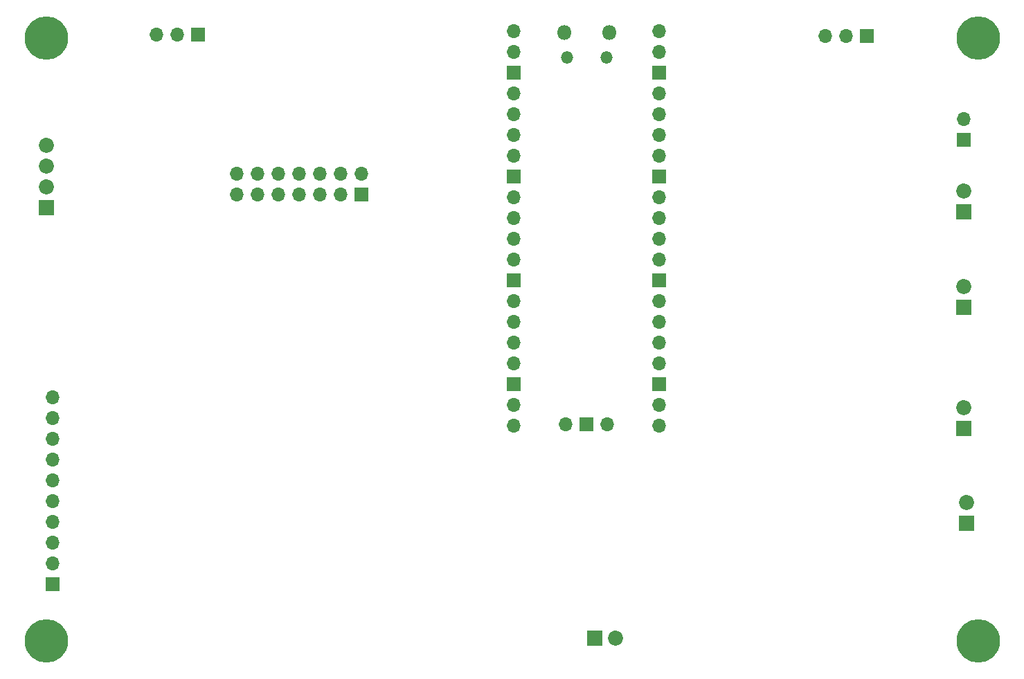
<source format=gbs>
%TF.GenerationSoftware,KiCad,Pcbnew,7.0.7*%
%TF.CreationDate,2023-10-10T10:51:27+02:00*%
%TF.ProjectId,RB2AMPController,52423241-4d50-4436-9f6e-74726f6c6c65,rev?*%
%TF.SameCoordinates,Original*%
%TF.FileFunction,Soldermask,Bot*%
%TF.FilePolarity,Negative*%
%FSLAX46Y46*%
G04 Gerber Fmt 4.6, Leading zero omitted, Abs format (unit mm)*
G04 Created by KiCad (PCBNEW 7.0.7) date 2023-10-10 10:51:27*
%MOMM*%
%LPD*%
G01*
G04 APERTURE LIST*
%ADD10R,1.700000X1.700000*%
%ADD11O,1.700000X1.700000*%
%ADD12C,5.300000*%
%ADD13R,1.850000X1.850000*%
%ADD14C,1.850000*%
%ADD15O,1.800000X1.800000*%
%ADD16O,1.500000X1.500000*%
G04 APERTURE END LIST*
D10*
%TO.C,J201*%
X85200000Y-129260000D03*
D11*
X85200000Y-126720000D03*
X85200000Y-124180000D03*
X85200000Y-121640000D03*
X85200000Y-119100000D03*
X85200000Y-116560000D03*
X85200000Y-114020000D03*
X85200000Y-111480000D03*
X85200000Y-108940000D03*
X85200000Y-106400000D03*
%TD*%
D12*
%TO.C,MH1*%
X84400000Y-62400000D03*
%TD*%
D10*
%TO.C,J203*%
X184805000Y-62200000D03*
D11*
X182265000Y-62200000D03*
X179725000Y-62200000D03*
%TD*%
D13*
%TO.C,J209*%
X196600000Y-83667500D03*
D14*
X196600000Y-81127500D03*
%TD*%
D12*
%TO.C,MH3*%
X84400000Y-136200000D03*
%TD*%
%TO.C,MH4*%
X198400000Y-136200000D03*
%TD*%
D13*
%TO.C,J101*%
X151512563Y-135800062D03*
D14*
X154052563Y-135800062D03*
%TD*%
D12*
%TO.C,MH2*%
X198400000Y-62400000D03*
%TD*%
D13*
%TO.C,J205*%
X197000000Y-121800000D03*
D14*
X197000000Y-119260000D03*
%TD*%
D15*
%TO.C,U301*%
X147785000Y-61750000D03*
D16*
X148085000Y-64780000D03*
X152935000Y-64780000D03*
D15*
X153235000Y-61750000D03*
D11*
X141620000Y-61620000D03*
X141620000Y-64160000D03*
D10*
X141620000Y-66700000D03*
D11*
X141620000Y-69240000D03*
X141620000Y-71780000D03*
X141620000Y-74320000D03*
X141620000Y-76860000D03*
D10*
X141620000Y-79400000D03*
D11*
X141620000Y-81940000D03*
X141620000Y-84480000D03*
X141620000Y-87020000D03*
X141620000Y-89560000D03*
D10*
X141620000Y-92100000D03*
D11*
X141620000Y-94640000D03*
X141620000Y-97180000D03*
X141620000Y-99720000D03*
X141620000Y-102260000D03*
D10*
X141620000Y-104800000D03*
D11*
X141620000Y-107340000D03*
X141620000Y-109880000D03*
X159400000Y-109880000D03*
X159400000Y-107340000D03*
D10*
X159400000Y-104800000D03*
D11*
X159400000Y-102260000D03*
X159400000Y-99720000D03*
X159400000Y-97180000D03*
X159400000Y-94640000D03*
D10*
X159400000Y-92100000D03*
D11*
X159400000Y-89560000D03*
X159400000Y-87020000D03*
X159400000Y-84480000D03*
X159400000Y-81940000D03*
D10*
X159400000Y-79400000D03*
D11*
X159400000Y-76860000D03*
X159400000Y-74320000D03*
X159400000Y-71780000D03*
X159400000Y-69240000D03*
D10*
X159400000Y-66700000D03*
D11*
X159400000Y-64160000D03*
X159400000Y-61620000D03*
X147970000Y-109650000D03*
D10*
X150510000Y-109650000D03*
D11*
X153050000Y-109650000D03*
%TD*%
D10*
%TO.C,J301*%
X122960000Y-81540000D03*
D11*
X122960000Y-79000000D03*
X120420000Y-81540000D03*
X120420000Y-79000000D03*
X117880000Y-81540000D03*
X117880000Y-79000000D03*
X115340000Y-81540000D03*
X115340000Y-79000000D03*
X112800000Y-81540000D03*
X112800000Y-79000000D03*
X110260000Y-81540000D03*
X110260000Y-79000000D03*
X107720000Y-81540000D03*
X107720000Y-79000000D03*
%TD*%
D13*
%TO.C,J206*%
X196600000Y-95400000D03*
D14*
X196600000Y-92860000D03*
%TD*%
D10*
%TO.C,J212*%
X196600000Y-74887500D03*
D11*
X196600000Y-72347500D03*
%TD*%
D13*
%TO.C,J204*%
X84400000Y-83140000D03*
D14*
X84400000Y-80600000D03*
X84400000Y-78060000D03*
X84400000Y-75520000D03*
%TD*%
D13*
%TO.C,J202*%
X196600000Y-110200000D03*
D14*
X196600000Y-107660000D03*
%TD*%
D10*
%TO.C,J210*%
X103000000Y-62000000D03*
D11*
X100460000Y-62000000D03*
X97920000Y-62000000D03*
%TD*%
M02*

</source>
